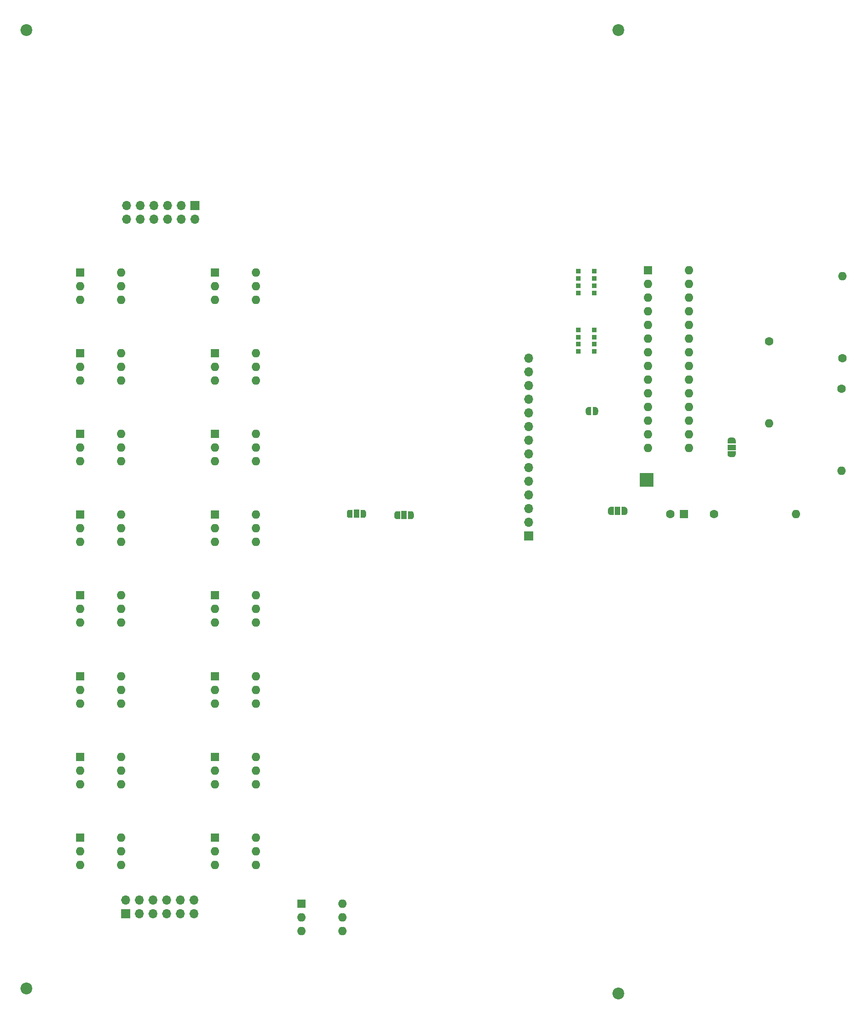
<source format=gbr>
%TF.GenerationSoftware,KiCad,Pcbnew,(5.1.9-0-10_14)*%
%TF.CreationDate,2021-02-25T13:43:07+00:00*%
%TF.ProjectId,Solar_Multiplexer,536f6c61-725f-44d7-956c-7469706c6578,rev?*%
%TF.SameCoordinates,Original*%
%TF.FileFunction,Soldermask,Top*%
%TF.FilePolarity,Negative*%
%FSLAX46Y46*%
G04 Gerber Fmt 4.6, Leading zero omitted, Abs format (unit mm)*
G04 Created by KiCad (PCBNEW (5.1.9-0-10_14)) date 2021-02-25 13:43:07*
%MOMM*%
%LPD*%
G01*
G04 APERTURE LIST*
%ADD10C,2.200000*%
%ADD11O,1.600000X1.600000*%
%ADD12R,1.600000X1.600000*%
%ADD13R,2.500000X2.500000*%
%ADD14R,0.900000X0.900000*%
%ADD15C,1.600000*%
%ADD16R,1.000000X1.500000*%
%ADD17C,0.200000*%
%ADD18R,1.500000X1.000000*%
%ADD19O,1.700000X1.700000*%
%ADD20R,1.700000X1.700000*%
G04 APERTURE END LIST*
D10*
%TO.C,REF\u002A\u002A*%
X-310000000Y-253000000D03*
%TD*%
%TO.C,REF\u002A\u002A*%
X-200000000Y-254000000D03*
%TD*%
%TO.C,REF\u002A\u002A*%
X-200000000Y-75000000D03*
%TD*%
%TO.C,REF\u002A\u002A*%
X-310000000Y-75000000D03*
%TD*%
D11*
%TO.C,U10*%
X-292380000Y-225000000D03*
X-300000000Y-230080000D03*
X-292380000Y-227540000D03*
X-300000000Y-227540000D03*
X-292380000Y-230080000D03*
D12*
X-300000000Y-225000000D03*
%TD*%
D11*
%TO.C,U22*%
X-186870000Y-119550000D03*
X-194490000Y-152570000D03*
X-186870000Y-122090000D03*
X-194490000Y-150030000D03*
X-186870000Y-124630000D03*
X-194490000Y-147490000D03*
X-186870000Y-127170000D03*
X-194490000Y-144950000D03*
X-186870000Y-129710000D03*
X-194490000Y-142410000D03*
X-186870000Y-132250000D03*
X-194490000Y-139870000D03*
X-186870000Y-134790000D03*
X-194490000Y-137330000D03*
X-186870000Y-137330000D03*
X-194490000Y-134790000D03*
X-186870000Y-139870000D03*
X-194490000Y-132250000D03*
X-186870000Y-142410000D03*
X-194490000Y-129710000D03*
X-186870000Y-144950000D03*
X-194490000Y-127170000D03*
X-186870000Y-147490000D03*
X-194490000Y-124630000D03*
X-186870000Y-150030000D03*
X-194490000Y-122090000D03*
X-186870000Y-152570000D03*
D12*
X-194490000Y-119550000D03*
%TD*%
D11*
%TO.C,U21*%
X-251290000Y-237300000D03*
X-258910000Y-242380000D03*
X-251290000Y-239840000D03*
X-258910000Y-239840000D03*
X-251290000Y-242380000D03*
D12*
X-258910000Y-237300000D03*
%TD*%
D11*
%TO.C,U20*%
X-267380000Y-225000000D03*
X-275000000Y-230080000D03*
X-267380000Y-227540000D03*
X-275000000Y-227540000D03*
X-267380000Y-230080000D03*
D12*
X-275000000Y-225000000D03*
%TD*%
D11*
%TO.C,U17*%
X-267380000Y-210000000D03*
X-275000000Y-215080000D03*
X-267380000Y-212540000D03*
X-275000000Y-212540000D03*
X-267380000Y-215080000D03*
D12*
X-275000000Y-210000000D03*
%TD*%
D11*
%TO.C,U16*%
X-267380000Y-195000000D03*
X-275000000Y-200080000D03*
X-267380000Y-197540000D03*
X-275000000Y-197540000D03*
X-267380000Y-200080000D03*
D12*
X-275000000Y-195000000D03*
%TD*%
D11*
%TO.C,U15*%
X-267380000Y-180000000D03*
X-275000000Y-185080000D03*
X-267380000Y-182540000D03*
X-275000000Y-182540000D03*
X-267380000Y-185080000D03*
D12*
X-275000000Y-180000000D03*
%TD*%
D11*
%TO.C,U14*%
X-267380000Y-165000000D03*
X-275000000Y-170080000D03*
X-267380000Y-167540000D03*
X-275000000Y-167540000D03*
X-267380000Y-170080000D03*
D12*
X-275000000Y-165000000D03*
%TD*%
D11*
%TO.C,U13*%
X-267380000Y-150000000D03*
X-275000000Y-155080000D03*
X-267380000Y-152540000D03*
X-275000000Y-152540000D03*
X-267380000Y-155080000D03*
D12*
X-275000000Y-150000000D03*
%TD*%
D11*
%TO.C,U12*%
X-267380000Y-135000000D03*
X-275000000Y-140080000D03*
X-267380000Y-137540000D03*
X-275000000Y-137540000D03*
X-267380000Y-140080000D03*
D12*
X-275000000Y-135000000D03*
%TD*%
D11*
%TO.C,U11*%
X-267380000Y-120000000D03*
X-275000000Y-125080000D03*
X-267380000Y-122540000D03*
X-275000000Y-122540000D03*
X-267380000Y-125080000D03*
D12*
X-275000000Y-120000000D03*
%TD*%
D11*
%TO.C,U7*%
X-292380000Y-210000000D03*
X-300000000Y-215080000D03*
X-292380000Y-212540000D03*
X-300000000Y-212540000D03*
X-292380000Y-215080000D03*
D12*
X-300000000Y-210000000D03*
%TD*%
D11*
%TO.C,U6*%
X-292380000Y-195000000D03*
X-300000000Y-200080000D03*
X-292380000Y-197540000D03*
X-300000000Y-197540000D03*
X-292380000Y-200080000D03*
D12*
X-300000000Y-195000000D03*
%TD*%
D11*
%TO.C,U5*%
X-292380000Y-180000000D03*
X-300000000Y-185080000D03*
X-292380000Y-182540000D03*
X-300000000Y-182540000D03*
X-292380000Y-185080000D03*
D12*
X-300000000Y-180000000D03*
%TD*%
D11*
%TO.C,U4*%
X-292380000Y-165000000D03*
X-300000000Y-170080000D03*
X-292380000Y-167540000D03*
X-300000000Y-167540000D03*
X-292380000Y-170080000D03*
D12*
X-300000000Y-165000000D03*
%TD*%
D11*
%TO.C,U3*%
X-292380000Y-150000000D03*
X-300000000Y-155080000D03*
X-292380000Y-152540000D03*
X-300000000Y-152540000D03*
X-292380000Y-155080000D03*
D12*
X-300000000Y-150000000D03*
%TD*%
D11*
%TO.C,U2*%
X-292380000Y-135000000D03*
X-300000000Y-140080000D03*
X-292380000Y-137540000D03*
X-300000000Y-137540000D03*
X-292380000Y-140080000D03*
D12*
X-300000000Y-135000000D03*
%TD*%
D11*
%TO.C,U1*%
X-292380000Y-120000000D03*
X-300000000Y-125080000D03*
X-292380000Y-122540000D03*
X-300000000Y-122540000D03*
X-292380000Y-125080000D03*
D12*
X-300000000Y-120000000D03*
%TD*%
D13*
%TO.C,TP1*%
X-194740000Y-158580000D03*
%TD*%
D14*
%TO.C,RN4*%
X-207450000Y-121140000D03*
X-207450000Y-119800000D03*
X-207450000Y-123800000D03*
X-207450000Y-122460000D03*
X-204450000Y-121140000D03*
X-204450000Y-122460000D03*
X-204450000Y-119800000D03*
X-204450000Y-123800000D03*
%TD*%
%TO.C,RN1*%
X-204410000Y-133340000D03*
X-204410000Y-134680000D03*
X-204410000Y-130680000D03*
X-204410000Y-132020000D03*
X-207410000Y-133340000D03*
X-207410000Y-132020000D03*
X-207410000Y-134680000D03*
X-207410000Y-130680000D03*
%TD*%
D11*
%TO.C,R4*%
X-171958000Y-148082000D03*
D15*
X-171958000Y-132842000D03*
%TD*%
D11*
%TO.C,R3*%
X-166980000Y-164890000D03*
D15*
X-182220000Y-164890000D03*
%TD*%
D11*
%TO.C,R2*%
X-158460000Y-156870000D03*
D15*
X-158460000Y-141630000D03*
%TD*%
D11*
%TO.C,R1*%
X-158320000Y-120730000D03*
D15*
X-158320000Y-135970000D03*
%TD*%
D16*
%TO.C,JP5*%
X-200090000Y-164310000D03*
D17*
G36*
X-198790000Y-163560602D02*
G01*
X-198765466Y-163560602D01*
X-198716635Y-163565412D01*
X-198668510Y-163574984D01*
X-198621555Y-163589228D01*
X-198576222Y-163608005D01*
X-198532949Y-163631136D01*
X-198492150Y-163658396D01*
X-198454221Y-163689524D01*
X-198419524Y-163724221D01*
X-198388396Y-163762150D01*
X-198361136Y-163802949D01*
X-198338005Y-163846222D01*
X-198319228Y-163891555D01*
X-198304984Y-163938510D01*
X-198295412Y-163986635D01*
X-198290602Y-164035466D01*
X-198290602Y-164060000D01*
X-198290000Y-164060000D01*
X-198290000Y-164560000D01*
X-198290602Y-164560000D01*
X-198290602Y-164584534D01*
X-198295412Y-164633365D01*
X-198304984Y-164681490D01*
X-198319228Y-164728445D01*
X-198338005Y-164773778D01*
X-198361136Y-164817051D01*
X-198388396Y-164857850D01*
X-198419524Y-164895779D01*
X-198454221Y-164930476D01*
X-198492150Y-164961604D01*
X-198532949Y-164988864D01*
X-198576222Y-165011995D01*
X-198621555Y-165030772D01*
X-198668510Y-165045016D01*
X-198716635Y-165054588D01*
X-198765466Y-165059398D01*
X-198790000Y-165059398D01*
X-198790000Y-165060000D01*
X-199340000Y-165060000D01*
X-199340000Y-163560000D01*
X-198790000Y-163560000D01*
X-198790000Y-163560602D01*
G37*
G36*
X-200840000Y-165060000D02*
G01*
X-201390000Y-165060000D01*
X-201390000Y-165059398D01*
X-201414534Y-165059398D01*
X-201463365Y-165054588D01*
X-201511490Y-165045016D01*
X-201558445Y-165030772D01*
X-201603778Y-165011995D01*
X-201647051Y-164988864D01*
X-201687850Y-164961604D01*
X-201725779Y-164930476D01*
X-201760476Y-164895779D01*
X-201791604Y-164857850D01*
X-201818864Y-164817051D01*
X-201841995Y-164773778D01*
X-201860772Y-164728445D01*
X-201875016Y-164681490D01*
X-201884588Y-164633365D01*
X-201889398Y-164584534D01*
X-201889398Y-164560000D01*
X-201890000Y-164560000D01*
X-201890000Y-164060000D01*
X-201889398Y-164060000D01*
X-201889398Y-164035466D01*
X-201884588Y-163986635D01*
X-201875016Y-163938510D01*
X-201860772Y-163891555D01*
X-201841995Y-163846222D01*
X-201818864Y-163802949D01*
X-201791604Y-163762150D01*
X-201760476Y-163724221D01*
X-201725779Y-163689524D01*
X-201687850Y-163658396D01*
X-201647051Y-163631136D01*
X-201603778Y-163608005D01*
X-201558445Y-163589228D01*
X-201511490Y-163574984D01*
X-201463365Y-163565412D01*
X-201414534Y-163560602D01*
X-201390000Y-163560602D01*
X-201390000Y-163560000D01*
X-200840000Y-163560000D01*
X-200840000Y-165060000D01*
G37*
%TD*%
D16*
%TO.C,JP4*%
X-248666000Y-164846000D03*
D17*
G36*
X-249966000Y-165595398D02*
G01*
X-249990534Y-165595398D01*
X-250039365Y-165590588D01*
X-250087490Y-165581016D01*
X-250134445Y-165566772D01*
X-250179778Y-165547995D01*
X-250223051Y-165524864D01*
X-250263850Y-165497604D01*
X-250301779Y-165466476D01*
X-250336476Y-165431779D01*
X-250367604Y-165393850D01*
X-250394864Y-165353051D01*
X-250417995Y-165309778D01*
X-250436772Y-165264445D01*
X-250451016Y-165217490D01*
X-250460588Y-165169365D01*
X-250465398Y-165120534D01*
X-250465398Y-165096000D01*
X-250466000Y-165096000D01*
X-250466000Y-164596000D01*
X-250465398Y-164596000D01*
X-250465398Y-164571466D01*
X-250460588Y-164522635D01*
X-250451016Y-164474510D01*
X-250436772Y-164427555D01*
X-250417995Y-164382222D01*
X-250394864Y-164338949D01*
X-250367604Y-164298150D01*
X-250336476Y-164260221D01*
X-250301779Y-164225524D01*
X-250263850Y-164194396D01*
X-250223051Y-164167136D01*
X-250179778Y-164144005D01*
X-250134445Y-164125228D01*
X-250087490Y-164110984D01*
X-250039365Y-164101412D01*
X-249990534Y-164096602D01*
X-249966000Y-164096602D01*
X-249966000Y-164096000D01*
X-249416000Y-164096000D01*
X-249416000Y-165596000D01*
X-249966000Y-165596000D01*
X-249966000Y-165595398D01*
G37*
G36*
X-247916000Y-164096000D02*
G01*
X-247366000Y-164096000D01*
X-247366000Y-164096602D01*
X-247341466Y-164096602D01*
X-247292635Y-164101412D01*
X-247244510Y-164110984D01*
X-247197555Y-164125228D01*
X-247152222Y-164144005D01*
X-247108949Y-164167136D01*
X-247068150Y-164194396D01*
X-247030221Y-164225524D01*
X-246995524Y-164260221D01*
X-246964396Y-164298150D01*
X-246937136Y-164338949D01*
X-246914005Y-164382222D01*
X-246895228Y-164427555D01*
X-246880984Y-164474510D01*
X-246871412Y-164522635D01*
X-246866602Y-164571466D01*
X-246866602Y-164596000D01*
X-246866000Y-164596000D01*
X-246866000Y-165096000D01*
X-246866602Y-165096000D01*
X-246866602Y-165120534D01*
X-246871412Y-165169365D01*
X-246880984Y-165217490D01*
X-246895228Y-165264445D01*
X-246914005Y-165309778D01*
X-246937136Y-165353051D01*
X-246964396Y-165393850D01*
X-246995524Y-165431779D01*
X-247030221Y-165466476D01*
X-247068150Y-165497604D01*
X-247108949Y-165524864D01*
X-247152222Y-165547995D01*
X-247197555Y-165566772D01*
X-247244510Y-165581016D01*
X-247292635Y-165590588D01*
X-247341466Y-165595398D01*
X-247366000Y-165595398D01*
X-247366000Y-165596000D01*
X-247916000Y-165596000D01*
X-247916000Y-164096000D01*
G37*
%TD*%
D16*
%TO.C,JP3*%
X-239806000Y-165100000D03*
D17*
G36*
X-238506000Y-164350602D02*
G01*
X-238481466Y-164350602D01*
X-238432635Y-164355412D01*
X-238384510Y-164364984D01*
X-238337555Y-164379228D01*
X-238292222Y-164398005D01*
X-238248949Y-164421136D01*
X-238208150Y-164448396D01*
X-238170221Y-164479524D01*
X-238135524Y-164514221D01*
X-238104396Y-164552150D01*
X-238077136Y-164592949D01*
X-238054005Y-164636222D01*
X-238035228Y-164681555D01*
X-238020984Y-164728510D01*
X-238011412Y-164776635D01*
X-238006602Y-164825466D01*
X-238006602Y-164850000D01*
X-238006000Y-164850000D01*
X-238006000Y-165350000D01*
X-238006602Y-165350000D01*
X-238006602Y-165374534D01*
X-238011412Y-165423365D01*
X-238020984Y-165471490D01*
X-238035228Y-165518445D01*
X-238054005Y-165563778D01*
X-238077136Y-165607051D01*
X-238104396Y-165647850D01*
X-238135524Y-165685779D01*
X-238170221Y-165720476D01*
X-238208150Y-165751604D01*
X-238248949Y-165778864D01*
X-238292222Y-165801995D01*
X-238337555Y-165820772D01*
X-238384510Y-165835016D01*
X-238432635Y-165844588D01*
X-238481466Y-165849398D01*
X-238506000Y-165849398D01*
X-238506000Y-165850000D01*
X-239056000Y-165850000D01*
X-239056000Y-164350000D01*
X-238506000Y-164350000D01*
X-238506000Y-164350602D01*
G37*
G36*
X-240556000Y-165850000D02*
G01*
X-241106000Y-165850000D01*
X-241106000Y-165849398D01*
X-241130534Y-165849398D01*
X-241179365Y-165844588D01*
X-241227490Y-165835016D01*
X-241274445Y-165820772D01*
X-241319778Y-165801995D01*
X-241363051Y-165778864D01*
X-241403850Y-165751604D01*
X-241441779Y-165720476D01*
X-241476476Y-165685779D01*
X-241507604Y-165647850D01*
X-241534864Y-165607051D01*
X-241557995Y-165563778D01*
X-241576772Y-165518445D01*
X-241591016Y-165471490D01*
X-241600588Y-165423365D01*
X-241605398Y-165374534D01*
X-241605398Y-165350000D01*
X-241606000Y-165350000D01*
X-241606000Y-164850000D01*
X-241605398Y-164850000D01*
X-241605398Y-164825466D01*
X-241600588Y-164776635D01*
X-241591016Y-164728510D01*
X-241576772Y-164681555D01*
X-241557995Y-164636222D01*
X-241534864Y-164592949D01*
X-241507604Y-164552150D01*
X-241476476Y-164514221D01*
X-241441779Y-164479524D01*
X-241403850Y-164448396D01*
X-241363051Y-164421136D01*
X-241319778Y-164398005D01*
X-241274445Y-164379228D01*
X-241227490Y-164364984D01*
X-241179365Y-164355412D01*
X-241130534Y-164350602D01*
X-241106000Y-164350602D01*
X-241106000Y-164350000D01*
X-240556000Y-164350000D01*
X-240556000Y-165850000D01*
G37*
%TD*%
D18*
%TO.C,JP2*%
X-178910000Y-152490000D03*
D17*
G36*
X-178160602Y-153790000D02*
G01*
X-178160602Y-153814534D01*
X-178165412Y-153863365D01*
X-178174984Y-153911490D01*
X-178189228Y-153958445D01*
X-178208005Y-154003778D01*
X-178231136Y-154047051D01*
X-178258396Y-154087850D01*
X-178289524Y-154125779D01*
X-178324221Y-154160476D01*
X-178362150Y-154191604D01*
X-178402949Y-154218864D01*
X-178446222Y-154241995D01*
X-178491555Y-154260772D01*
X-178538510Y-154275016D01*
X-178586635Y-154284588D01*
X-178635466Y-154289398D01*
X-178660000Y-154289398D01*
X-178660000Y-154290000D01*
X-179160000Y-154290000D01*
X-179160000Y-154289398D01*
X-179184534Y-154289398D01*
X-179233365Y-154284588D01*
X-179281490Y-154275016D01*
X-179328445Y-154260772D01*
X-179373778Y-154241995D01*
X-179417051Y-154218864D01*
X-179457850Y-154191604D01*
X-179495779Y-154160476D01*
X-179530476Y-154125779D01*
X-179561604Y-154087850D01*
X-179588864Y-154047051D01*
X-179611995Y-154003778D01*
X-179630772Y-153958445D01*
X-179645016Y-153911490D01*
X-179654588Y-153863365D01*
X-179659398Y-153814534D01*
X-179659398Y-153790000D01*
X-179660000Y-153790000D01*
X-179660000Y-153240000D01*
X-178160000Y-153240000D01*
X-178160000Y-153790000D01*
X-178160602Y-153790000D01*
G37*
G36*
X-179660000Y-151740000D02*
G01*
X-179660000Y-151190000D01*
X-179659398Y-151190000D01*
X-179659398Y-151165466D01*
X-179654588Y-151116635D01*
X-179645016Y-151068510D01*
X-179630772Y-151021555D01*
X-179611995Y-150976222D01*
X-179588864Y-150932949D01*
X-179561604Y-150892150D01*
X-179530476Y-150854221D01*
X-179495779Y-150819524D01*
X-179457850Y-150788396D01*
X-179417051Y-150761136D01*
X-179373778Y-150738005D01*
X-179328445Y-150719228D01*
X-179281490Y-150704984D01*
X-179233365Y-150695412D01*
X-179184534Y-150690602D01*
X-179160000Y-150690602D01*
X-179160000Y-150690000D01*
X-178660000Y-150690000D01*
X-178660000Y-150690602D01*
X-178635466Y-150690602D01*
X-178586635Y-150695412D01*
X-178538510Y-150704984D01*
X-178491555Y-150719228D01*
X-178446222Y-150738005D01*
X-178402949Y-150761136D01*
X-178362150Y-150788396D01*
X-178324221Y-150819524D01*
X-178289524Y-150854221D01*
X-178258396Y-150892150D01*
X-178231136Y-150932949D01*
X-178208005Y-150976222D01*
X-178189228Y-151021555D01*
X-178174984Y-151068510D01*
X-178165412Y-151116635D01*
X-178160602Y-151165466D01*
X-178160602Y-151190000D01*
X-178160000Y-151190000D01*
X-178160000Y-151740000D01*
X-179660000Y-151740000D01*
G37*
%TD*%
%TO.C,JP1*%
G36*
X-205530000Y-146509398D02*
G01*
X-205554534Y-146509398D01*
X-205603365Y-146504588D01*
X-205651490Y-146495016D01*
X-205698445Y-146480772D01*
X-205743778Y-146461995D01*
X-205787051Y-146438864D01*
X-205827850Y-146411604D01*
X-205865779Y-146380476D01*
X-205900476Y-146345779D01*
X-205931604Y-146307850D01*
X-205958864Y-146267051D01*
X-205981995Y-146223778D01*
X-206000772Y-146178445D01*
X-206015016Y-146131490D01*
X-206024588Y-146083365D01*
X-206029398Y-146034534D01*
X-206029398Y-146010000D01*
X-206030000Y-146010000D01*
X-206030000Y-145510000D01*
X-206029398Y-145510000D01*
X-206029398Y-145485466D01*
X-206024588Y-145436635D01*
X-206015016Y-145388510D01*
X-206000772Y-145341555D01*
X-205981995Y-145296222D01*
X-205958864Y-145252949D01*
X-205931604Y-145212150D01*
X-205900476Y-145174221D01*
X-205865779Y-145139524D01*
X-205827850Y-145108396D01*
X-205787051Y-145081136D01*
X-205743778Y-145058005D01*
X-205698445Y-145039228D01*
X-205651490Y-145024984D01*
X-205603365Y-145015412D01*
X-205554534Y-145010602D01*
X-205530000Y-145010602D01*
X-205530000Y-145010000D01*
X-205030000Y-145010000D01*
X-205030000Y-146510000D01*
X-205530000Y-146510000D01*
X-205530000Y-146509398D01*
G37*
G36*
X-204730000Y-145010000D02*
G01*
X-204230000Y-145010000D01*
X-204230000Y-145010602D01*
X-204205466Y-145010602D01*
X-204156635Y-145015412D01*
X-204108510Y-145024984D01*
X-204061555Y-145039228D01*
X-204016222Y-145058005D01*
X-203972949Y-145081136D01*
X-203932150Y-145108396D01*
X-203894221Y-145139524D01*
X-203859524Y-145174221D01*
X-203828396Y-145212150D01*
X-203801136Y-145252949D01*
X-203778005Y-145296222D01*
X-203759228Y-145341555D01*
X-203744984Y-145388510D01*
X-203735412Y-145436635D01*
X-203730602Y-145485466D01*
X-203730602Y-145510000D01*
X-203730000Y-145510000D01*
X-203730000Y-146010000D01*
X-203730602Y-146010000D01*
X-203730602Y-146034534D01*
X-203735412Y-146083365D01*
X-203744984Y-146131490D01*
X-203759228Y-146178445D01*
X-203778005Y-146223778D01*
X-203801136Y-146267051D01*
X-203828396Y-146307850D01*
X-203859524Y-146345779D01*
X-203894221Y-146380476D01*
X-203932150Y-146411604D01*
X-203972949Y-146438864D01*
X-204016222Y-146461995D01*
X-204061555Y-146480772D01*
X-204108510Y-146495016D01*
X-204156635Y-146504588D01*
X-204205466Y-146509398D01*
X-204230000Y-146509398D01*
X-204230000Y-146510000D01*
X-204730000Y-146510000D01*
X-204730000Y-145010000D01*
G37*
%TD*%
D19*
%TO.C,J3*%
X-291430000Y-110150000D03*
X-291430000Y-107610000D03*
X-288890000Y-110150000D03*
X-288890000Y-107610000D03*
X-286350000Y-110150000D03*
X-286350000Y-107610000D03*
X-283810000Y-110150000D03*
X-283810000Y-107610000D03*
X-281270000Y-110150000D03*
X-281270000Y-107610000D03*
X-278730000Y-110150000D03*
D20*
X-278730000Y-107610000D03*
%TD*%
D19*
%TO.C,J2*%
X-278870000Y-236580000D03*
X-278870000Y-239120000D03*
X-281410000Y-236580000D03*
X-281410000Y-239120000D03*
X-283950000Y-236580000D03*
X-283950000Y-239120000D03*
X-286490000Y-236580000D03*
X-286490000Y-239120000D03*
X-289030000Y-236580000D03*
X-289030000Y-239120000D03*
X-291570000Y-236580000D03*
D20*
X-291570000Y-239120000D03*
%TD*%
D19*
%TO.C,J1*%
X-216610000Y-135930000D03*
X-216610000Y-138470000D03*
X-216610000Y-141010000D03*
X-216610000Y-143550000D03*
X-216610000Y-146090000D03*
X-216610000Y-148630000D03*
X-216610000Y-151170000D03*
X-216610000Y-153710000D03*
X-216610000Y-156250000D03*
X-216610000Y-158790000D03*
X-216610000Y-161330000D03*
X-216610000Y-163870000D03*
X-216610000Y-166410000D03*
D20*
X-216610000Y-168950000D03*
%TD*%
D15*
%TO.C,C1*%
X-190300000Y-164850000D03*
D12*
X-187800000Y-164850000D03*
%TD*%
M02*

</source>
